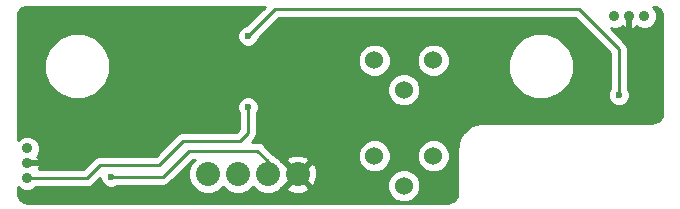
<source format=gbr>
G04 #@! TF.GenerationSoftware,KiCad,Pcbnew,(5.0.0-3-g5ebb6b6)*
G04 #@! TF.CreationDate,2018-08-08T21:58:00-07:00*
G04 #@! TF.ProjectId,MZBOT_XY-Endstop,4D5A424F545F58592D456E6473746F70,A*
G04 #@! TF.SameCoordinates,Original*
G04 #@! TF.FileFunction,Copper,L2,Bot,Signal*
G04 #@! TF.FilePolarity,Positive*
%FSLAX46Y46*%
G04 Gerber Fmt 4.6, Leading zero omitted, Abs format (unit mm)*
G04 Created by KiCad (PCBNEW (5.0.0-3-g5ebb6b6)) date Wednesday, August 08, 2018 at 09:58:00 PM*
%MOMM*%
%LPD*%
G01*
G04 APERTURE LIST*
G04 #@! TA.AperFunction,ComponentPad*
%ADD10C,0.900000*%
G04 #@! TD*
G04 #@! TA.AperFunction,ComponentPad*
%ADD11C,1.524000*%
G04 #@! TD*
G04 #@! TA.AperFunction,ComponentPad*
%ADD12C,2.032000*%
G04 #@! TD*
G04 #@! TA.AperFunction,ViaPad*
%ADD13C,0.600000*%
G04 #@! TD*
G04 #@! TA.AperFunction,Conductor*
%ADD14C,0.508000*%
G04 #@! TD*
G04 #@! TA.AperFunction,Conductor*
%ADD15C,0.254000*%
G04 #@! TD*
G04 APERTURE END LIST*
D10*
G04 #@! TO.P,U1,2*
G04 #@! TO.N,GND*
X123500000Y-106980000D03*
G04 #@! TO.P,U1,1*
G04 #@! TO.N,+3V3*
X123500000Y-105710000D03*
G04 #@! TO.P,U1,3*
G04 #@! TO.N,Net-(U1-Pad3)*
X123500000Y-108250000D03*
G04 #@! TD*
D11*
G04 #@! TO.P,VR1,1*
G04 #@! TO.N,Net-(R1-Pad2)*
X155400000Y-108850000D03*
G04 #@! TO.P,VR1,2*
X152900000Y-106350000D03*
G04 #@! TO.P,VR1,3*
G04 #@! TO.N,+3V3*
X157900000Y-106350000D03*
G04 #@! TD*
D12*
G04 #@! TO.P,J1,1*
G04 #@! TO.N,GND*
X146410000Y-107900000D03*
G04 #@! TO.P,J1,2*
G04 #@! TO.N,X_SIG*
X143870000Y-107900000D03*
G04 #@! TO.P,J1,3*
G04 #@! TO.N,Y_SIG*
X141330000Y-107900000D03*
G04 #@! TO.P,J1,4*
G04 #@! TO.N,+5V*
X138790000Y-107900000D03*
G04 #@! TD*
D10*
G04 #@! TO.P,U2,2*
G04 #@! TO.N,GND*
X174500000Y-94500000D03*
G04 #@! TO.P,U2,1*
G04 #@! TO.N,+3V3*
X175770000Y-94500000D03*
G04 #@! TO.P,U2,3*
G04 #@! TO.N,Net-(U2-Pad3)*
X173230000Y-94500000D03*
G04 #@! TD*
D11*
G04 #@! TO.P,VR2,1*
G04 #@! TO.N,Net-(R3-Pad2)*
X155400000Y-100750000D03*
G04 #@! TO.P,VR2,2*
X152900000Y-98250000D03*
G04 #@! TO.P,VR2,3*
G04 #@! TO.N,+3V3*
X157900000Y-98250000D03*
G04 #@! TD*
D13*
G04 #@! TO.N,GND*
X132050000Y-104200000D03*
X139100000Y-96700000D03*
X132900000Y-106300000D03*
X133100000Y-98300000D03*
X133100000Y-100300000D03*
X152300000Y-108300000D03*
X146000000Y-103900000D03*
X152200000Y-101200000D03*
X175641000Y-101219000D03*
X130462000Y-105892000D03*
G04 #@! TO.N,Y_SIG*
X142200000Y-96200000D03*
X173600000Y-101200000D03*
G04 #@! TO.N,X_SIG*
X130600000Y-108100000D03*
G04 #@! TO.N,Net-(U1-Pad3)*
X142200000Y-102200000D03*
G04 #@! TD*
D14*
G04 #@! TO.N,GND*
X146000000Y-103900000D02*
X146100000Y-103900000D01*
X123500000Y-106980000D02*
X124633000Y-106980000D01*
X124633000Y-106980000D02*
X124714000Y-107061000D01*
X174500000Y-94500000D02*
X174500000Y-95883000D01*
X174500000Y-95883000D02*
X174498000Y-95885000D01*
X130462000Y-105892000D02*
X130462000Y-105765000D01*
D15*
G04 #@! TO.N,Y_SIG*
X144500000Y-93900000D02*
X142200000Y-96200000D01*
X170200000Y-93900000D02*
X144500000Y-93900000D01*
X173600000Y-97300000D02*
X170200000Y-93900000D01*
X173600000Y-101200000D02*
X173600000Y-97300000D01*
G04 #@! TO.N,X_SIG*
X143870000Y-106770000D02*
X143870000Y-107900000D01*
X143000000Y-105900000D02*
X143870000Y-106770000D01*
X137200000Y-105900000D02*
X143000000Y-105900000D01*
X135000000Y-108100000D02*
X137200000Y-105900000D01*
X130600000Y-108100000D02*
X135000000Y-108100000D01*
G04 #@! TO.N,Net-(U1-Pad3)*
X123500000Y-108250000D02*
X128550000Y-108250000D01*
X142200000Y-104400000D02*
X142200000Y-102200000D01*
X141500000Y-105100000D02*
X142200000Y-104400000D01*
X136700000Y-105100000D02*
X141500000Y-105100000D01*
X134700000Y-107100000D02*
X136700000Y-105100000D01*
X131200000Y-107100000D02*
X134700000Y-107100000D01*
X131200000Y-107100000D02*
X131200000Y-107100000D01*
X129700000Y-107100000D02*
X131200000Y-107100000D01*
X128550000Y-108250000D02*
X129700000Y-107100000D01*
G04 #@! TO.N,Net-(U2-Pad3)*
X173230000Y-94500000D02*
X172986000Y-94500000D01*
G04 #@! TD*
G04 #@! TO.N,GND*
G36*
X142057370Y-95265000D02*
X142014017Y-95265000D01*
X141670365Y-95407345D01*
X141407345Y-95670365D01*
X141265000Y-96014017D01*
X141265000Y-96385983D01*
X141407345Y-96729635D01*
X141670365Y-96992655D01*
X142014017Y-97135000D01*
X142385983Y-97135000D01*
X142729635Y-96992655D01*
X142992655Y-96729635D01*
X143135000Y-96385983D01*
X143135000Y-96342630D01*
X144815631Y-94662000D01*
X169884370Y-94662000D01*
X172838001Y-97615632D01*
X172838000Y-100639710D01*
X172807345Y-100670365D01*
X172665000Y-101014017D01*
X172665000Y-101385983D01*
X172807345Y-101729635D01*
X173070365Y-101992655D01*
X173414017Y-102135000D01*
X173785983Y-102135000D01*
X174129635Y-101992655D01*
X174392655Y-101729635D01*
X174535000Y-101385983D01*
X174535000Y-101014017D01*
X174392655Y-100670365D01*
X174362000Y-100639710D01*
X174362000Y-97375042D01*
X174376927Y-97299999D01*
X174362000Y-97224956D01*
X174362000Y-97224952D01*
X174317788Y-97002683D01*
X174149371Y-96750629D01*
X174085749Y-96708118D01*
X172926179Y-95548549D01*
X173014180Y-95585000D01*
X173445820Y-95585000D01*
X173844603Y-95419818D01*
X173936754Y-95327667D01*
X173956803Y-95463712D01*
X174366948Y-95598226D01*
X174797349Y-95565546D01*
X175043197Y-95463712D01*
X175063246Y-95327667D01*
X175155397Y-95419818D01*
X175554180Y-95585000D01*
X175985820Y-95585000D01*
X176384603Y-95419818D01*
X176689818Y-95114603D01*
X176855000Y-94715820D01*
X176855000Y-94284180D01*
X176689818Y-93885397D01*
X176529019Y-93724598D01*
X176752733Y-93761834D01*
X176978209Y-93883495D01*
X177152124Y-94071635D01*
X177261495Y-94319026D01*
X177290001Y-94544674D01*
X177290000Y-102691315D01*
X177238166Y-103002733D01*
X177116506Y-103228209D01*
X176928366Y-103402123D01*
X176680974Y-103511494D01*
X176455327Y-103540000D01*
X162080074Y-103540000D01*
X162036122Y-103548743D01*
X161687979Y-103592723D01*
X161647707Y-103604767D01*
X161605801Y-103608065D01*
X161489880Y-103647754D01*
X161039381Y-103846918D01*
X160992649Y-103877615D01*
X160941334Y-103899821D01*
X160844522Y-103974917D01*
X160844517Y-103974920D01*
X160844515Y-103974923D01*
X160482819Y-104309269D01*
X160448550Y-104353448D01*
X160407191Y-104391082D01*
X160339929Y-104493481D01*
X160339923Y-104493489D01*
X160339923Y-104493490D01*
X160339922Y-104493492D01*
X160106027Y-104926977D01*
X160087916Y-104979874D01*
X160060978Y-105028874D01*
X160030507Y-105147552D01*
X159951457Y-105622481D01*
X159940001Y-105680074D01*
X159940000Y-109441314D01*
X159888166Y-109752733D01*
X159766506Y-109978209D01*
X159578366Y-110152123D01*
X159330974Y-110261494D01*
X159105327Y-110290000D01*
X123558685Y-110290000D01*
X123247267Y-110238166D01*
X123021791Y-110116506D01*
X122847877Y-109928366D01*
X122738506Y-109680974D01*
X122710000Y-109455327D01*
X122710000Y-108994421D01*
X122885397Y-109169818D01*
X123284180Y-109335000D01*
X123715820Y-109335000D01*
X124114603Y-109169818D01*
X124272421Y-109012000D01*
X128474957Y-109012000D01*
X128550000Y-109026927D01*
X128625043Y-109012000D01*
X128625048Y-109012000D01*
X128847317Y-108967788D01*
X129099371Y-108799371D01*
X129141883Y-108735747D01*
X129665000Y-108212631D01*
X129665000Y-108285983D01*
X129807345Y-108629635D01*
X130070365Y-108892655D01*
X130414017Y-109035000D01*
X130785983Y-109035000D01*
X131129635Y-108892655D01*
X131160290Y-108862000D01*
X134924957Y-108862000D01*
X135000000Y-108876927D01*
X135075043Y-108862000D01*
X135075048Y-108862000D01*
X135297317Y-108817788D01*
X135549371Y-108649371D01*
X135591883Y-108585747D01*
X137515631Y-106662000D01*
X137693134Y-106662000D01*
X137390350Y-106964784D01*
X137139000Y-107571596D01*
X137139000Y-108228404D01*
X137390350Y-108835216D01*
X137854784Y-109299650D01*
X138461596Y-109551000D01*
X139118404Y-109551000D01*
X139725216Y-109299650D01*
X140060000Y-108964866D01*
X140394784Y-109299650D01*
X141001596Y-109551000D01*
X141658404Y-109551000D01*
X142265216Y-109299650D01*
X142600000Y-108964866D01*
X142934784Y-109299650D01*
X143541596Y-109551000D01*
X144198404Y-109551000D01*
X144805216Y-109299650D01*
X145040759Y-109064107D01*
X145425498Y-109064107D01*
X145526120Y-109332622D01*
X146141642Y-109561816D01*
X146798019Y-109538014D01*
X147293880Y-109332622D01*
X147394502Y-109064107D01*
X146410000Y-108079605D01*
X145425498Y-109064107D01*
X145040759Y-109064107D01*
X145227323Y-108877543D01*
X145245893Y-108884502D01*
X146230395Y-107900000D01*
X146589605Y-107900000D01*
X147574107Y-108884502D01*
X147842622Y-108783880D01*
X147921472Y-108572119D01*
X154003000Y-108572119D01*
X154003000Y-109127881D01*
X154215680Y-109641337D01*
X154608663Y-110034320D01*
X155122119Y-110247000D01*
X155677881Y-110247000D01*
X156191337Y-110034320D01*
X156584320Y-109641337D01*
X156797000Y-109127881D01*
X156797000Y-108572119D01*
X156584320Y-108058663D01*
X156191337Y-107665680D01*
X155677881Y-107453000D01*
X155122119Y-107453000D01*
X154608663Y-107665680D01*
X154215680Y-108058663D01*
X154003000Y-108572119D01*
X147921472Y-108572119D01*
X148071816Y-108168358D01*
X148048014Y-107511981D01*
X147842622Y-107016120D01*
X147574107Y-106915498D01*
X146589605Y-107900000D01*
X146230395Y-107900000D01*
X145245893Y-106915498D01*
X145227323Y-106922457D01*
X145040759Y-106735893D01*
X145425498Y-106735893D01*
X146410000Y-107720395D01*
X147394502Y-106735893D01*
X147293880Y-106467378D01*
X146678358Y-106238184D01*
X146021981Y-106261986D01*
X145526120Y-106467378D01*
X145425498Y-106735893D01*
X145040759Y-106735893D01*
X144805216Y-106500350D01*
X144530143Y-106386411D01*
X144419371Y-106220629D01*
X144355750Y-106178119D01*
X144249750Y-106072119D01*
X151503000Y-106072119D01*
X151503000Y-106627881D01*
X151715680Y-107141337D01*
X152108663Y-107534320D01*
X152622119Y-107747000D01*
X153177881Y-107747000D01*
X153691337Y-107534320D01*
X154084320Y-107141337D01*
X154297000Y-106627881D01*
X154297000Y-106072119D01*
X156503000Y-106072119D01*
X156503000Y-106627881D01*
X156715680Y-107141337D01*
X157108663Y-107534320D01*
X157622119Y-107747000D01*
X158177881Y-107747000D01*
X158691337Y-107534320D01*
X159084320Y-107141337D01*
X159297000Y-106627881D01*
X159297000Y-106072119D01*
X159084320Y-105558663D01*
X158691337Y-105165680D01*
X158177881Y-104953000D01*
X157622119Y-104953000D01*
X157108663Y-105165680D01*
X156715680Y-105558663D01*
X156503000Y-106072119D01*
X154297000Y-106072119D01*
X154084320Y-105558663D01*
X153691337Y-105165680D01*
X153177881Y-104953000D01*
X152622119Y-104953000D01*
X152108663Y-105165680D01*
X151715680Y-105558663D01*
X151503000Y-106072119D01*
X144249750Y-106072119D01*
X143591883Y-105414253D01*
X143549371Y-105350629D01*
X143297317Y-105182212D01*
X143075048Y-105138000D01*
X143075043Y-105138000D01*
X143000000Y-105123073D01*
X142924957Y-105138000D01*
X142539630Y-105138000D01*
X142685747Y-104991883D01*
X142749371Y-104949371D01*
X142899796Y-104724244D01*
X142917787Y-104697319D01*
X142917787Y-104697318D01*
X142917788Y-104697317D01*
X142962000Y-104475048D01*
X142962000Y-104475044D01*
X142976927Y-104400001D01*
X142962000Y-104324958D01*
X142962000Y-102760290D01*
X142992655Y-102729635D01*
X143135000Y-102385983D01*
X143135000Y-102014017D01*
X142992655Y-101670365D01*
X142729635Y-101407345D01*
X142385983Y-101265000D01*
X142014017Y-101265000D01*
X141670365Y-101407345D01*
X141407345Y-101670365D01*
X141265000Y-102014017D01*
X141265000Y-102385983D01*
X141407345Y-102729635D01*
X141438001Y-102760291D01*
X141438000Y-104084370D01*
X141184370Y-104338000D01*
X136775042Y-104338000D01*
X136699999Y-104323073D01*
X136624956Y-104338000D01*
X136624952Y-104338000D01*
X136402683Y-104382212D01*
X136314546Y-104441103D01*
X136236141Y-104493492D01*
X136150629Y-104550629D01*
X136108118Y-104614251D01*
X134384370Y-106338000D01*
X129775047Y-106338000D01*
X129700000Y-106323072D01*
X129624953Y-106338000D01*
X129624952Y-106338000D01*
X129402683Y-106382212D01*
X129320982Y-106436803D01*
X129267284Y-106472683D01*
X129150629Y-106550629D01*
X129108118Y-106614251D01*
X128234370Y-107488000D01*
X124475255Y-107488000D01*
X124598226Y-107113052D01*
X124565546Y-106682651D01*
X124463712Y-106436803D01*
X124327667Y-106416754D01*
X124419818Y-106324603D01*
X124585000Y-105925820D01*
X124585000Y-105494180D01*
X124419818Y-105095397D01*
X124114603Y-104790182D01*
X123715820Y-104625000D01*
X123284180Y-104625000D01*
X122885397Y-104790182D01*
X122710000Y-104965579D01*
X122710000Y-98196029D01*
X124965000Y-98196029D01*
X124965000Y-99303971D01*
X125388991Y-100327576D01*
X126172424Y-101111009D01*
X127196029Y-101535000D01*
X128303971Y-101535000D01*
X129327576Y-101111009D01*
X129966466Y-100472119D01*
X154003000Y-100472119D01*
X154003000Y-101027881D01*
X154215680Y-101541337D01*
X154608663Y-101934320D01*
X155122119Y-102147000D01*
X155677881Y-102147000D01*
X156191337Y-101934320D01*
X156584320Y-101541337D01*
X156797000Y-101027881D01*
X156797000Y-100472119D01*
X156584320Y-99958663D01*
X156191337Y-99565680D01*
X155677881Y-99353000D01*
X155122119Y-99353000D01*
X154608663Y-99565680D01*
X154215680Y-99958663D01*
X154003000Y-100472119D01*
X129966466Y-100472119D01*
X130111009Y-100327576D01*
X130535000Y-99303971D01*
X130535000Y-98196029D01*
X130442254Y-97972119D01*
X151503000Y-97972119D01*
X151503000Y-98527881D01*
X151715680Y-99041337D01*
X152108663Y-99434320D01*
X152622119Y-99647000D01*
X153177881Y-99647000D01*
X153691337Y-99434320D01*
X154084320Y-99041337D01*
X154297000Y-98527881D01*
X154297000Y-97972119D01*
X156503000Y-97972119D01*
X156503000Y-98527881D01*
X156715680Y-99041337D01*
X157108663Y-99434320D01*
X157622119Y-99647000D01*
X158177881Y-99647000D01*
X158691337Y-99434320D01*
X159084320Y-99041337D01*
X159297000Y-98527881D01*
X159297000Y-98196029D01*
X164215000Y-98196029D01*
X164215000Y-99303971D01*
X164638991Y-100327576D01*
X165422424Y-101111009D01*
X166446029Y-101535000D01*
X167553971Y-101535000D01*
X168577576Y-101111009D01*
X169361009Y-100327576D01*
X169785000Y-99303971D01*
X169785000Y-98196029D01*
X169361009Y-97172424D01*
X168577576Y-96388991D01*
X167553971Y-95965000D01*
X166446029Y-95965000D01*
X165422424Y-96388991D01*
X164638991Y-97172424D01*
X164215000Y-98196029D01*
X159297000Y-98196029D01*
X159297000Y-97972119D01*
X159084320Y-97458663D01*
X158691337Y-97065680D01*
X158177881Y-96853000D01*
X157622119Y-96853000D01*
X157108663Y-97065680D01*
X156715680Y-97458663D01*
X156503000Y-97972119D01*
X154297000Y-97972119D01*
X154084320Y-97458663D01*
X153691337Y-97065680D01*
X153177881Y-96853000D01*
X152622119Y-96853000D01*
X152108663Y-97065680D01*
X151715680Y-97458663D01*
X151503000Y-97972119D01*
X130442254Y-97972119D01*
X130111009Y-97172424D01*
X129327576Y-96388991D01*
X128303971Y-95965000D01*
X127196029Y-95965000D01*
X126172424Y-96388991D01*
X125388991Y-97172424D01*
X124965000Y-98196029D01*
X122710000Y-98196029D01*
X122710000Y-94558686D01*
X122761834Y-94247267D01*
X122883495Y-94021791D01*
X123071635Y-93847876D01*
X123319026Y-93738505D01*
X123544666Y-93710000D01*
X143612369Y-93710000D01*
X142057370Y-95265000D01*
X142057370Y-95265000D01*
G37*
X142057370Y-95265000D02*
X142014017Y-95265000D01*
X141670365Y-95407345D01*
X141407345Y-95670365D01*
X141265000Y-96014017D01*
X141265000Y-96385983D01*
X141407345Y-96729635D01*
X141670365Y-96992655D01*
X142014017Y-97135000D01*
X142385983Y-97135000D01*
X142729635Y-96992655D01*
X142992655Y-96729635D01*
X143135000Y-96385983D01*
X143135000Y-96342630D01*
X144815631Y-94662000D01*
X169884370Y-94662000D01*
X172838001Y-97615632D01*
X172838000Y-100639710D01*
X172807345Y-100670365D01*
X172665000Y-101014017D01*
X172665000Y-101385983D01*
X172807345Y-101729635D01*
X173070365Y-101992655D01*
X173414017Y-102135000D01*
X173785983Y-102135000D01*
X174129635Y-101992655D01*
X174392655Y-101729635D01*
X174535000Y-101385983D01*
X174535000Y-101014017D01*
X174392655Y-100670365D01*
X174362000Y-100639710D01*
X174362000Y-97375042D01*
X174376927Y-97299999D01*
X174362000Y-97224956D01*
X174362000Y-97224952D01*
X174317788Y-97002683D01*
X174149371Y-96750629D01*
X174085749Y-96708118D01*
X172926179Y-95548549D01*
X173014180Y-95585000D01*
X173445820Y-95585000D01*
X173844603Y-95419818D01*
X173936754Y-95327667D01*
X173956803Y-95463712D01*
X174366948Y-95598226D01*
X174797349Y-95565546D01*
X175043197Y-95463712D01*
X175063246Y-95327667D01*
X175155397Y-95419818D01*
X175554180Y-95585000D01*
X175985820Y-95585000D01*
X176384603Y-95419818D01*
X176689818Y-95114603D01*
X176855000Y-94715820D01*
X176855000Y-94284180D01*
X176689818Y-93885397D01*
X176529019Y-93724598D01*
X176752733Y-93761834D01*
X176978209Y-93883495D01*
X177152124Y-94071635D01*
X177261495Y-94319026D01*
X177290001Y-94544674D01*
X177290000Y-102691315D01*
X177238166Y-103002733D01*
X177116506Y-103228209D01*
X176928366Y-103402123D01*
X176680974Y-103511494D01*
X176455327Y-103540000D01*
X162080074Y-103540000D01*
X162036122Y-103548743D01*
X161687979Y-103592723D01*
X161647707Y-103604767D01*
X161605801Y-103608065D01*
X161489880Y-103647754D01*
X161039381Y-103846918D01*
X160992649Y-103877615D01*
X160941334Y-103899821D01*
X160844522Y-103974917D01*
X160844517Y-103974920D01*
X160844515Y-103974923D01*
X160482819Y-104309269D01*
X160448550Y-104353448D01*
X160407191Y-104391082D01*
X160339929Y-104493481D01*
X160339923Y-104493489D01*
X160339923Y-104493490D01*
X160339922Y-104493492D01*
X160106027Y-104926977D01*
X160087916Y-104979874D01*
X160060978Y-105028874D01*
X160030507Y-105147552D01*
X159951457Y-105622481D01*
X159940001Y-105680074D01*
X159940000Y-109441314D01*
X159888166Y-109752733D01*
X159766506Y-109978209D01*
X159578366Y-110152123D01*
X159330974Y-110261494D01*
X159105327Y-110290000D01*
X123558685Y-110290000D01*
X123247267Y-110238166D01*
X123021791Y-110116506D01*
X122847877Y-109928366D01*
X122738506Y-109680974D01*
X122710000Y-109455327D01*
X122710000Y-108994421D01*
X122885397Y-109169818D01*
X123284180Y-109335000D01*
X123715820Y-109335000D01*
X124114603Y-109169818D01*
X124272421Y-109012000D01*
X128474957Y-109012000D01*
X128550000Y-109026927D01*
X128625043Y-109012000D01*
X128625048Y-109012000D01*
X128847317Y-108967788D01*
X129099371Y-108799371D01*
X129141883Y-108735747D01*
X129665000Y-108212631D01*
X129665000Y-108285983D01*
X129807345Y-108629635D01*
X130070365Y-108892655D01*
X130414017Y-109035000D01*
X130785983Y-109035000D01*
X131129635Y-108892655D01*
X131160290Y-108862000D01*
X134924957Y-108862000D01*
X135000000Y-108876927D01*
X135075043Y-108862000D01*
X135075048Y-108862000D01*
X135297317Y-108817788D01*
X135549371Y-108649371D01*
X135591883Y-108585747D01*
X137515631Y-106662000D01*
X137693134Y-106662000D01*
X137390350Y-106964784D01*
X137139000Y-107571596D01*
X137139000Y-108228404D01*
X137390350Y-108835216D01*
X137854784Y-109299650D01*
X138461596Y-109551000D01*
X139118404Y-109551000D01*
X139725216Y-109299650D01*
X140060000Y-108964866D01*
X140394784Y-109299650D01*
X141001596Y-109551000D01*
X141658404Y-109551000D01*
X142265216Y-109299650D01*
X142600000Y-108964866D01*
X142934784Y-109299650D01*
X143541596Y-109551000D01*
X144198404Y-109551000D01*
X144805216Y-109299650D01*
X145040759Y-109064107D01*
X145425498Y-109064107D01*
X145526120Y-109332622D01*
X146141642Y-109561816D01*
X146798019Y-109538014D01*
X147293880Y-109332622D01*
X147394502Y-109064107D01*
X146410000Y-108079605D01*
X145425498Y-109064107D01*
X145040759Y-109064107D01*
X145227323Y-108877543D01*
X145245893Y-108884502D01*
X146230395Y-107900000D01*
X146589605Y-107900000D01*
X147574107Y-108884502D01*
X147842622Y-108783880D01*
X147921472Y-108572119D01*
X154003000Y-108572119D01*
X154003000Y-109127881D01*
X154215680Y-109641337D01*
X154608663Y-110034320D01*
X155122119Y-110247000D01*
X155677881Y-110247000D01*
X156191337Y-110034320D01*
X156584320Y-109641337D01*
X156797000Y-109127881D01*
X156797000Y-108572119D01*
X156584320Y-108058663D01*
X156191337Y-107665680D01*
X155677881Y-107453000D01*
X155122119Y-107453000D01*
X154608663Y-107665680D01*
X154215680Y-108058663D01*
X154003000Y-108572119D01*
X147921472Y-108572119D01*
X148071816Y-108168358D01*
X148048014Y-107511981D01*
X147842622Y-107016120D01*
X147574107Y-106915498D01*
X146589605Y-107900000D01*
X146230395Y-107900000D01*
X145245893Y-106915498D01*
X145227323Y-106922457D01*
X145040759Y-106735893D01*
X145425498Y-106735893D01*
X146410000Y-107720395D01*
X147394502Y-106735893D01*
X147293880Y-106467378D01*
X146678358Y-106238184D01*
X146021981Y-106261986D01*
X145526120Y-106467378D01*
X145425498Y-106735893D01*
X145040759Y-106735893D01*
X144805216Y-106500350D01*
X144530143Y-106386411D01*
X144419371Y-106220629D01*
X144355750Y-106178119D01*
X144249750Y-106072119D01*
X151503000Y-106072119D01*
X151503000Y-106627881D01*
X151715680Y-107141337D01*
X152108663Y-107534320D01*
X152622119Y-107747000D01*
X153177881Y-107747000D01*
X153691337Y-107534320D01*
X154084320Y-107141337D01*
X154297000Y-106627881D01*
X154297000Y-106072119D01*
X156503000Y-106072119D01*
X156503000Y-106627881D01*
X156715680Y-107141337D01*
X157108663Y-107534320D01*
X157622119Y-107747000D01*
X158177881Y-107747000D01*
X158691337Y-107534320D01*
X159084320Y-107141337D01*
X159297000Y-106627881D01*
X159297000Y-106072119D01*
X159084320Y-105558663D01*
X158691337Y-105165680D01*
X158177881Y-104953000D01*
X157622119Y-104953000D01*
X157108663Y-105165680D01*
X156715680Y-105558663D01*
X156503000Y-106072119D01*
X154297000Y-106072119D01*
X154084320Y-105558663D01*
X153691337Y-105165680D01*
X153177881Y-104953000D01*
X152622119Y-104953000D01*
X152108663Y-105165680D01*
X151715680Y-105558663D01*
X151503000Y-106072119D01*
X144249750Y-106072119D01*
X143591883Y-105414253D01*
X143549371Y-105350629D01*
X143297317Y-105182212D01*
X143075048Y-105138000D01*
X143075043Y-105138000D01*
X143000000Y-105123073D01*
X142924957Y-105138000D01*
X142539630Y-105138000D01*
X142685747Y-104991883D01*
X142749371Y-104949371D01*
X142899796Y-104724244D01*
X142917787Y-104697319D01*
X142917787Y-104697318D01*
X142917788Y-104697317D01*
X142962000Y-104475048D01*
X142962000Y-104475044D01*
X142976927Y-104400001D01*
X142962000Y-104324958D01*
X142962000Y-102760290D01*
X142992655Y-102729635D01*
X143135000Y-102385983D01*
X143135000Y-102014017D01*
X142992655Y-101670365D01*
X142729635Y-101407345D01*
X142385983Y-101265000D01*
X142014017Y-101265000D01*
X141670365Y-101407345D01*
X141407345Y-101670365D01*
X141265000Y-102014017D01*
X141265000Y-102385983D01*
X141407345Y-102729635D01*
X141438001Y-102760291D01*
X141438000Y-104084370D01*
X141184370Y-104338000D01*
X136775042Y-104338000D01*
X136699999Y-104323073D01*
X136624956Y-104338000D01*
X136624952Y-104338000D01*
X136402683Y-104382212D01*
X136314546Y-104441103D01*
X136236141Y-104493492D01*
X136150629Y-104550629D01*
X136108118Y-104614251D01*
X134384370Y-106338000D01*
X129775047Y-106338000D01*
X129700000Y-106323072D01*
X129624953Y-106338000D01*
X129624952Y-106338000D01*
X129402683Y-106382212D01*
X129320982Y-106436803D01*
X129267284Y-106472683D01*
X129150629Y-106550629D01*
X129108118Y-106614251D01*
X128234370Y-107488000D01*
X124475255Y-107488000D01*
X124598226Y-107113052D01*
X124565546Y-106682651D01*
X124463712Y-106436803D01*
X124327667Y-106416754D01*
X124419818Y-106324603D01*
X124585000Y-105925820D01*
X124585000Y-105494180D01*
X124419818Y-105095397D01*
X124114603Y-104790182D01*
X123715820Y-104625000D01*
X123284180Y-104625000D01*
X122885397Y-104790182D01*
X122710000Y-104965579D01*
X122710000Y-98196029D01*
X124965000Y-98196029D01*
X124965000Y-99303971D01*
X125388991Y-100327576D01*
X126172424Y-101111009D01*
X127196029Y-101535000D01*
X128303971Y-101535000D01*
X129327576Y-101111009D01*
X129966466Y-100472119D01*
X154003000Y-100472119D01*
X154003000Y-101027881D01*
X154215680Y-101541337D01*
X154608663Y-101934320D01*
X155122119Y-102147000D01*
X155677881Y-102147000D01*
X156191337Y-101934320D01*
X156584320Y-101541337D01*
X156797000Y-101027881D01*
X156797000Y-100472119D01*
X156584320Y-99958663D01*
X156191337Y-99565680D01*
X155677881Y-99353000D01*
X155122119Y-99353000D01*
X154608663Y-99565680D01*
X154215680Y-99958663D01*
X154003000Y-100472119D01*
X129966466Y-100472119D01*
X130111009Y-100327576D01*
X130535000Y-99303971D01*
X130535000Y-98196029D01*
X130442254Y-97972119D01*
X151503000Y-97972119D01*
X151503000Y-98527881D01*
X151715680Y-99041337D01*
X152108663Y-99434320D01*
X152622119Y-99647000D01*
X153177881Y-99647000D01*
X153691337Y-99434320D01*
X154084320Y-99041337D01*
X154297000Y-98527881D01*
X154297000Y-97972119D01*
X156503000Y-97972119D01*
X156503000Y-98527881D01*
X156715680Y-99041337D01*
X157108663Y-99434320D01*
X157622119Y-99647000D01*
X158177881Y-99647000D01*
X158691337Y-99434320D01*
X159084320Y-99041337D01*
X159297000Y-98527881D01*
X159297000Y-98196029D01*
X164215000Y-98196029D01*
X164215000Y-99303971D01*
X164638991Y-100327576D01*
X165422424Y-101111009D01*
X166446029Y-101535000D01*
X167553971Y-101535000D01*
X168577576Y-101111009D01*
X169361009Y-100327576D01*
X169785000Y-99303971D01*
X169785000Y-98196029D01*
X169361009Y-97172424D01*
X168577576Y-96388991D01*
X167553971Y-95965000D01*
X166446029Y-95965000D01*
X165422424Y-96388991D01*
X164638991Y-97172424D01*
X164215000Y-98196029D01*
X159297000Y-98196029D01*
X159297000Y-97972119D01*
X159084320Y-97458663D01*
X158691337Y-97065680D01*
X158177881Y-96853000D01*
X157622119Y-96853000D01*
X157108663Y-97065680D01*
X156715680Y-97458663D01*
X156503000Y-97972119D01*
X154297000Y-97972119D01*
X154084320Y-97458663D01*
X153691337Y-97065680D01*
X153177881Y-96853000D01*
X152622119Y-96853000D01*
X152108663Y-97065680D01*
X151715680Y-97458663D01*
X151503000Y-97972119D01*
X130442254Y-97972119D01*
X130111009Y-97172424D01*
X129327576Y-96388991D01*
X128303971Y-95965000D01*
X127196029Y-95965000D01*
X126172424Y-96388991D01*
X125388991Y-97172424D01*
X124965000Y-98196029D01*
X122710000Y-98196029D01*
X122710000Y-94558686D01*
X122761834Y-94247267D01*
X122883495Y-94021791D01*
X123071635Y-93847876D01*
X123319026Y-93738505D01*
X123544666Y-93710000D01*
X143612369Y-93710000D01*
X142057370Y-95265000D01*
G36*
X123500000Y-106800395D02*
X123505395Y-106795000D01*
X123522890Y-106795000D01*
X123693748Y-106965858D01*
X123679605Y-106980000D01*
X123693748Y-106994143D01*
X123522890Y-107165000D01*
X123505395Y-107165000D01*
X123500000Y-107159605D01*
X123494605Y-107165000D01*
X123477110Y-107165000D01*
X123306253Y-106994143D01*
X123320395Y-106980000D01*
X123306253Y-106965858D01*
X123477110Y-106795000D01*
X123494605Y-106795000D01*
X123500000Y-106800395D01*
X123500000Y-106800395D01*
G37*
X123500000Y-106800395D02*
X123505395Y-106795000D01*
X123522890Y-106795000D01*
X123693748Y-106965858D01*
X123679605Y-106980000D01*
X123693748Y-106994143D01*
X123522890Y-107165000D01*
X123505395Y-107165000D01*
X123500000Y-107159605D01*
X123494605Y-107165000D01*
X123477110Y-107165000D01*
X123306253Y-106994143D01*
X123320395Y-106980000D01*
X123306253Y-106965858D01*
X123477110Y-106795000D01*
X123494605Y-106795000D01*
X123500000Y-106800395D01*
G36*
X174685000Y-94477110D02*
X174685000Y-94494605D01*
X174679605Y-94500000D01*
X174685000Y-94505395D01*
X174685000Y-94522890D01*
X174514143Y-94693748D01*
X174500000Y-94679605D01*
X174485858Y-94693748D01*
X174315000Y-94522890D01*
X174315000Y-94505395D01*
X174320395Y-94500000D01*
X174315000Y-94494605D01*
X174315000Y-94477110D01*
X174485858Y-94306253D01*
X174500000Y-94320395D01*
X174514143Y-94306253D01*
X174685000Y-94477110D01*
X174685000Y-94477110D01*
G37*
X174685000Y-94477110D02*
X174685000Y-94494605D01*
X174679605Y-94500000D01*
X174685000Y-94505395D01*
X174685000Y-94522890D01*
X174514143Y-94693748D01*
X174500000Y-94679605D01*
X174485858Y-94693748D01*
X174315000Y-94522890D01*
X174315000Y-94505395D01*
X174320395Y-94500000D01*
X174315000Y-94494605D01*
X174315000Y-94477110D01*
X174485858Y-94306253D01*
X174500000Y-94320395D01*
X174514143Y-94306253D01*
X174685000Y-94477110D01*
G04 #@! TD*
M02*

</source>
